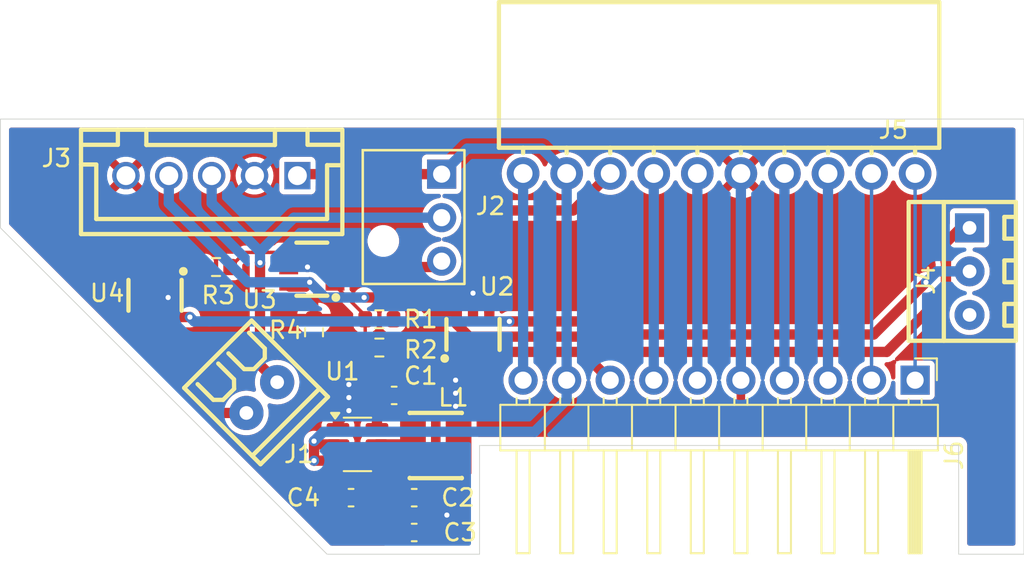
<source format=kicad_pcb>
(kicad_pcb (version 20240108) (generator "pcbnew") (generator_version "8.0")
  (layers (0 "F.Cu" signal) (31 "B.Cu" signal) (34 "B.Paste" user) (35 "F.Paste" user) (36 "B.SilkS" user "B.Silkscreen") (37 "F.SilkS" user "F.Silkscreen") (38 "B.Mask" user) (39 "F.Mask" user) (44 "Edge.Cuts" user))
  (net 0 "")
  (net 1 "Net-(U1-BST)")
  (net 2 "Net-(U1-SW)")
  (net 3 "GND")
  (net 4 "+5V")
  (net 5 "+15V")
  (net 6 "/M-Pin")
  (net 7 "/Pin_678")
  (net 8 "/Ctrl_V_in")
  (net 9 "/Stop_EN")
  (net 11 "/DAC_EN")
  (net 12 "Net-(J5-Pin_1)")
  (net 13 "Net-(J5-Pin_8)")
  (net 14 "Net-(J5-Pin_7)")
  (net 15 "Net-(J5-Pin_10)")
  (net 16 "Net-(J5-Pin_4)")
  (net 17 "Net-(J5-Pin_3)")
  (net 18 "Net-(R1-Pad1)")
  (net 19 "Net-(R3-Pad1)")
  (net 20 "Net-(R3-Pad2)")
  (net 22 "Net-(J5-Pin_6)")
  (net 23 "Net-(J5-Pin_2)")
  (net 24 "Net-(J6-Pin_8)")
  (net 25 "Net-(R1-Pad2)")
  (footprint "easyEDA:SOT-23-6_L2.9-W1.6-P0.95-LS2.8-BR" (layer "F.Cu") (at 186.309 88.773 -90)
    (property "Reference" "U2" (at -2.794 -1.397 180) (layer "F.SilkS"))
    (property "Value" "TS5A3160DBVR-TP")
    (fp_line (start -0.9 1.55) (end 0.9 1.55) (stroke (width 0.25)) (layer "F.SilkS"))
    (fp_line (start -0.9 -1.55) (end 0.9 -1.55) (stroke (width 0.25)) (layer "F.SilkS"))
    (fp_circle (center 1.4 1.65) (end 1.53 1.65) (stroke (width 0.25)) (fill none) (layer "F.SilkS"))
    (pad "1" smd rect (at 1.35 0.95 270) (size 1.1 0.6) (layers "F.Cu" "F.Paste" "F.Mask") (net 3 "GND"))
    (pad "2" smd rect (at 1.35 0 270) (size 1.1 0.6) (layers "F.Cu" "F.Paste" "F.Mask") (net 3 "GND"))
    (pad "3" smd rect (at 1.35 -0.95 270) (size 1.1 0.6) (layers "F.Cu" "F.Paste" "F.Mask") (net 24 "Net-(J6-Pin_8)"))
    (pad "4" smd rect (at -1.35 -0.95 270) (size 1.1 0.6) (layers "F.Cu" "F.Paste" "F.Mask") (net 13 "Net-(J5-Pin_8)"))
    (pad "5" smd rect (at -1.35 0 270) (size 1.1 0.6) (layers "F.Cu" "F.Paste" "F.Mask") (net 4 "+5V"))
    (pad "6" smd rect (at -1.35 0.95 270) (size 1.1 0.6) (layers "F.Cu" "F.Paste" "F.Mask") (net 9 "/Stop_EN"))
  )
  (footprint "easyEDA:IND-SMD_L3.0-W3.0" (layer "F.Cu") (at 184.137 95.25 180)
    (property "Reference" "L1" (at -1.029 2.794 360) (layer "F.SilkS"))
    (property "Value" "4.7uH")
    (fp_line (start 1.52 1.89) (end 1.52 1.9) (stroke (width 0.25)) (layer "F.SilkS"))
    (fp_line (start 1.52 -1.91) (end 1.52 -1.89) (stroke (width 0.25)) (layer "F.SilkS"))
    (fp_line (start -1.52 1.9) (end 1.52 1.9) (stroke (width 0.25)) (layer "F.SilkS"))
    (fp_line (start -1.52 1.9) (end -1.52 1.89) (stroke (width 0.25)) (layer "F.SilkS"))
    (fp_line (start -1.52 -1.89) (end -1.52 -1.91) (stroke (width 0.25)) (layer "F.SilkS"))
    (fp_line (start -1.52 -1.91) (end 1.52 -1.91) (stroke (width 0.25)) (layer "F.SilkS"))
    (pad "1" smd rect (at 1.33 0 180) (size 1.5 3.32) (layers "F.Cu" "F.Paste" "F.Mask") (net 2 "Net-(U1-SW)"))
    (pad "2" smd rect (at -1.33 0 180) (size 1.5 3.32) (layers "F.Cu" "F.Paste" "F.Mask") (net 4 "+5V"))
  )
  (footprint "Capacitor_SMD:C_0603_1608Metric" (layer "F.Cu") (at 182.88 98.298 180)
    (property "Reference" "C2" (at -2.553 0 360) (layer "F.SilkS"))
    (property "Value" "22u")
    (fp_line (start -0.14058 0.51) (end 0.14058 0.51) (stroke (width 0.12)) (layer "F.SilkS"))
    (fp_line (start -0.14058 -0.51) (end 0.14058 -0.51) (stroke (width 0.12)) (layer "F.SilkS"))
    (pad "1" smd roundrect (at -0.775 0 180) (size 0.9 0.95) (layers "F.Cu" "F.Paste" "F.Mask") (net 4 "+5V"))
    (pad "2" smd roundrect (at 0.775 0 180) (size 0.9 0.95) (layers "F.Cu" "F.Paste" "F.Mask") (net 3 "GND"))
  )
  (footprint "Capacitor_SMD:C_0603_1608Metric" (layer "F.Cu") (at 179.197 98.298)
    (property "Reference" "C4" (at -2.781 0 0) (layer "F.SilkS"))
    (property "Value" "10u")
    (fp_line (start -0.14058 -0.51) (end 0.14058 -0.51) (stroke (width 0.12)) (layer "F.SilkS"))
    (fp_line (start -0.14058 0.51) (end 0.14058 0.51) (stroke (width 0.12)) (layer "F.SilkS"))
    (pad "1" smd roundrect (at -0.775 0) (size 0.9 0.95) (layers "F.Cu" "F.Paste" "F.Mask") (net 5 "+15V"))
    (pad "2" smd roundrect (at 0.775 0) (size 0.9 0.95) (layers "F.Cu" "F.Paste" "F.Mask") (net 3 "GND"))
  )
  (footprint "Resistor_SMD:R_0603_1608Metric" (layer "F.Cu") (at 171.323 84.836 180)
    (property "Reference" "R3" (at -0.127 -1.651 360) (layer "F.SilkS"))
    (property "Value" "5k6")
    (fp_line (start -0.237258 0.5225) (end 0.237258 0.5225) (stroke (width 0.12)) (layer "F.SilkS"))
    (fp_line (start -0.237258 -0.5225) (end 0.237258 -0.5225) (stroke (width 0.12)) (layer "F.SilkS"))
    (pad "1" smd roundrect (at -0.825 0 180) (size 0.8 0.95) (layers "F.Cu" "F.Paste" "F.Mask") (net 19 "Net-(R3-Pad1)"))
    (pad "2" smd roundrect (at 0.825 0 180) (size 0.8 0.95) (layers "F.Cu" "F.Paste" "F.Mask") (net 20 "Net-(R3-Pad2)"))
  )
  (footprint "Peacemans Teile:PinHeader_1x03_P2.54mm_Vertical_BAUER" (layer "F.Cu") (at 184.48 79.415)
    (property "Reference" "J2" (at 2.845 1.865 0) (layer "F.SilkS"))
    (property "Value" "to DIN Connector")
    (fp_rect (start -4.6 -1.4) (end 1.33 6.41) (stroke (width 0.15)) (fill none) (layer "F.SilkS"))
    (pad "" np_thru_hole circle (at -3.4 3.9) (size 1 1) (drill 1.35) (layers "F&B.Cu"))
    (pad "1" thru_hole rect (at 0 0) (size 1.7 1.7) (drill 1) (layers "*.Cu" "*.Mask") (net 5 "+15V"))
    (pad "2" thru_hole oval (at 0 2.54) (size 1.7 1.7) (drill 1) (layers "*.Cu" "*.Mask") (net 6 "/M-Pin"))
    (pad "3" thru_hole oval (at 0 5.08) (size 1.7 1.7) (drill 1) (layers "*.Cu" "*.Mask") (net 8 "/Ctrl_V_in"))
  )
  (footprint "Package_TO_SOT_SMD:TSOT-23-6" (layer "F.Cu") (at 179.5705 95.189)
    (property "Reference" "U1" (at -0.8815 -4.257 0) (layer "F.SilkS"))
    (property "Value" "AP63205WU")
    (fp_line (start 0 -1.56) (end -0.8 -1.56) (stroke (width 0.12)) (layer "F.SilkS"))
    (fp_line (start 0 -1.56) (end 0.8 -1.56) (stroke (width 0.12)) (layer "F.SilkS"))
    (fp_line (start 0 1.56) (end -0.8 1.56) (stroke (width 0.12)) (layer "F.SilkS"))
    (fp_line (start 0 1.56) (end 0.8 1.56) (stroke (width 0.12)) (layer "F.SilkS"))
    (fp_poly (pts (xy -1.3 -1.51) (xy -1.54 -1.84) (xy -1.06 -1.84) (xy -1.3 -1.51)) (stroke (width 0.12)) (fill solid) (layer "F.SilkS"))
    (pad "1" smd roundrect (at -1.1375 -0.95) (size 1.325 0.6) (layers "F.Cu" "F.Paste" "F.Mask") (net 4 "+5V"))
    (pad "2" smd roundrect (at -1.1375 0) (size 1.325 0.6) (layers "F.Cu" "F.Paste" "F.Mask") (net 5 "+15V"))
    (pad "3" smd roundrect (at -1.1375 0.95) (size 1.325 0.6) (layers "F.Cu" "F.Paste" "F.Mask") (net 5 "+15V"))
    (pad "4" smd roundrect (at 1.1375 0.95) (size 1.325 0.6) (layers "F.Cu" "F.Paste" "F.Mask") (net 3 "GND"))
    (pad "5" smd roundrect (at 1.1375 0) (size 1.325 0.6) (layers "F.Cu" "F.Paste" "F.Mask") (net 2 "Net-(U1-SW)"))
    (pad "6" smd roundrect (at 1.1375 -0.95) (size 1.325 0.6) (layers "F.Cu" "F.Paste" "F.Mask") (net 1 "Net-(U1-BST)"))
  )
  (footprint "easyEDA:SOT-23-6_L2.9-W1.6-P0.95-LS2.8-BR" (layer "F.Cu") (at 167.767 86.487 90)
    (property "Reference" "U4" (at 0.127 -2.794 180) (layer "F.SilkS"))
    (property "Value" "TS5A3160DBVR-TP")
    (fp_line (start -0.9 -1.55) (end 0.9 -1.55) (stroke (width 0.25)) (layer "F.SilkS"))
    (fp_line (start -0.9 1.55) (end 0.9 1.55) (stroke (width 0.25)) (layer "F.SilkS"))
    (fp_circle (center 1.4 1.65) (end 1.53 1.65) (stroke (width 0.25)) (fill none) (layer "F.SilkS"))
    (pad "1" smd rect (at 1.35 0.95 90) (size 1.1 0.6) (layers "F.Cu" "F.Paste" "F.Mask") (net 20 "Net-(R3-Pad2)"))
    (pad "2" smd rect (at 1.35 0 90) (size 1.1 0.6) (layers "F.Cu" "F.Paste" "F.Mask") (net 3 "GND"))
    (pad "3" smd rect (at 1.35 -0.95 90) (size 1.1 0.6) (layers "F.Cu" "F.Paste" "F.Mask"))
    (pad "4" smd rect (at -1.35 -0.95 90) (size 1.1 0.6) (layers "F.Cu" "F.Paste" "F.Mask") (net 7 "/Pin_678"))
    (pad "5" smd rect (at -1.35 0 90) (size 1.1 0.6) (layers "F.Cu" "F.Paste" "F.Mask") (net 4 "+5V"))
    (pad "6" smd rect (at -1.35 0.95 90) (size 1.1 0.6) (layers "F.Cu" "F.Paste" "F.Mask") (net 11 "/DAC_EN"))
  )
  (footprint "easyEDA:CONN-TH_5P-P2.50_ZX-XH2.54-5PZZ" (layer "F.Cu") (at 171.069 79.502 180)
    (property "Reference" "J3" (at 9.057 1.016 360) (layer "F.SilkS"))
    (property "Value" "to Lamp Relay Board")
    (fp_line (start 7.62 2.68) (end -7.62 2.68) (stroke (width 0.25)) (layer "F.SilkS"))
    (fp_line (start 7.62 -3.41) (end 7.62 2.68) (stroke (width 0.25)) (layer "F.SilkS"))
    (fp_line (start 7.5 1.8) (end 5.47 1.8) (stroke (width 0.25)) (layer "F.SilkS"))
    (fp_line (start 6.73 0.65) (end 7.62 0.65) (stroke (width 0.25)) (layer "F.SilkS"))
    (fp_line (start 6.73 -2.53) (end 6.73 0.65) (stroke (width 0.25)) (layer "F.SilkS"))
    (fp_line (start 5.47 1.8) (end 5.47 2.68) (stroke (width 0.25)) (layer "F.SilkS"))
    (fp_line (start 3.81 1.79) (end 3.81 2.68) (stroke (width 0.25)) (layer "F.SilkS"))
    (fp_line (start -3.69 2.68) (end -3.69 1.79) (stroke (width 0.25)) (layer "F.SilkS"))
    (fp_line (start -3.69 1.79) (end 3.81 1.79) (stroke (width 0.25)) (layer "F.SilkS"))
    (fp_line (start -5.59 1.8) (end -5.59 2.68) (stroke (width 0.25)) (layer "F.SilkS"))
    (fp_line (start -6.73 0.61) (end -6.73 -2.53) (stroke (width 0.25)) (layer "F.SilkS"))
    (fp_line (start -6.73 -2.53) (end 6.73 -2.53) (stroke (width 0.25)) (layer "F.SilkS"))
    (fp_line (start -7.62 2.68) (end -7.62 -3.41) (stroke (width 0.25)) (layer "F.SilkS"))
    (fp_line (start -7.62 1.8) (end -5.59 1.8) (stroke (width 0.25)) (layer "F.SilkS"))
    (fp_line (start -7.62 0.61) (end -6.73 0.61) (stroke (width 0.25)) (layer "F.SilkS"))
    (fp_line (start -7.62 -3.41) (end 7.62 -3.41) (stroke (width 0.25)) (layer "F.SilkS"))
    (pad "1" thru_hole rect (at -5 0 180) (size 1.52 1.6) (drill 1.100023) (layers "*.Cu" "*.Mask") (net 5 "+15V"))
    (pad "2" thru_hole circle (at -2.5 0 180) (size 1.6 1.6) (drill 1.100023) (layers "*.Cu" "*.Mask") (net 4 "+5V"))
    (pad "3" thru_hole circle (at 0 0 180) (size 1.6 1.6) (drill 1.100023) (layers "*.Cu" "*.Mask") (net 6 "/M-Pin"))
    (pad "4" thru_hole circle (at 2.5 0 180) (size 1.6 1.6) (drill 1.100023) (layers "*.Cu" "*.Mask") (net 9 "/Stop_EN"))
    (pad "5" thru_hole circle (at 5 0 180) (size 1.6 1.6) (drill 1.100023) (layers "*.Cu" "*.Mask") (net 3 "GND"))
  )
  (footprint "easyEDA:CONN-TH_2P-P2.54_MX128-2.54-GN01-02P-CU-Y-A" (layer "F.Cu") (at 173.99 92.456 -135)
    (property "Reference" "J1" (at 0.808223 -3.86151 0) (layer "F.SilkS"))
    (property "Value" "to Motor Ctrl PCB")
    (fp_line (start 2.8 3.599999) (end -2.76 3.6) (stroke (width 0.25)) (layer "F.SilkS"))
    (fp_line (start 2.09 1.9) (end 2.09 3.2) (stroke (width 0.25)) (layer "F.SilkS"))
    (fp_line (start 2.09 1.9) (end 1.69 1.5) (stroke (width 0.25)) (layer "F.SilkS"))
    (fp_line (start 0.39 3.2) (end 0.390001 1.9) (stroke (width 0.25)) (layer "F.SilkS"))
    (fp_line (start 1.69 1.5) (end 0.78 1.5) (stroke (width 0.25)) (layer "F.SilkS"))
    (fp_line (start 0.390001 1.9) (end 0.78 1.5) (stroke (width 0.25)) (layer "F.SilkS"))
    (fp_line (start -0.45 1.9) (end -0.45 3.2) (stroke (width 0.25)) (layer "F.SilkS"))
    (fp_line (start -0.45 1.9) (end -0.85 1.5) (stroke (width 0.25)) (layer "F.SilkS"))
    (fp_line (start -2.15 3.2) (end -2.15 1.899999) (stroke (width 0.25)) (layer "F.SilkS"))
    (fp_line (start -2.76 3.6) (end -2.76 -2.7) (stroke (width 0.25)) (layer "F.SilkS"))
    (fp_line (start -0.85 1.5) (end -1.75 1.5) (stroke (width 0.25)) (layer "F.SilkS"))
    (fp_line (start 2.8 -2.7) (end 2.8 3.599999) (stroke (width 0.25)) (layer "F.SilkS"))
    (fp_line (start -2.15 1.899999) (end -2.15 1.899999) (stroke (width 0.25)) (layer "F.SilkS"))
    (fp_line (start -2.15 1.899999) (end -1.75 1.5) (stroke (width 0.25)) (layer "F.SilkS"))
    (fp_line (start -2.76 -2.01) (end 2.8 -2.010001) (stroke (width 0.25)) (layer "F.SilkS"))
    (fp_line (start -2.76 -2.7) (end 2.8 -2.7) (stroke (width 0.25)) (layer "F.SilkS"))
    (pad "1" thru_hole circle (at -1.270001 0 225) (size 2 2) (drill 0.8) (layers "*.Cu" "*.Mask") (net 6 "/M-Pin"))
    (pad "2" thru_hole circle (at 1.270001 0 225) (size 2 2) (drill 0.8) (layers "*.Cu" "*.Mask") (net 7 "/Pin_678"))
  )
  (footprint "Resistor_SMD:R_0603_1608Metric" (layer "F.Cu") (at 180.848 87.884)
    (property "Reference" "R1" (at 2.413 0 0) (layer "F.SilkS"))
    (property "Value" "16k5")
    (fp_line (start -0.237258 -0.5225) (end 0.237258 -0.5225) (stroke (width 0.12)) (layer "F.SilkS"))
    (fp_line (start -0.237258 0.5225) (end 0.237258 0.5225) (stroke (width 0.12)) (layer "F.SilkS"))
    (pad "1" smd roundrect (at -0.825 0) (size 0.8 0.95) (layers "F.Cu" "F.Paste" "F.Mask") (net 18 "Net-(R1-Pad1)"))
    (pad "2" smd roundrect (at 0.825 0) (size 0.8 0.95) (layers "F.Cu" "F.Paste" "F.Mask") (net 25 "Net-(R1-Pad2)"))
  )
  (footprint "Capacitor_SMD:C_0603_1608Metric" (layer "F.Cu") (at 182.88 100.33 180)
    (property "Reference" "C3" (at -2.68 0 360) (layer "F.SilkS"))
    (property "Value" "22u")
    (fp_line (start -0.14058 0.51) (end 0.14058 0.51) (stroke (width 0.12)) (layer "F.SilkS"))
    (fp_line (start -0.14058 -0.51) (end 0.14058 -0.51) (stroke (width 0.12)) (layer "F.SilkS"))
    (pad "1" smd roundrect (at -0.775 0 180) (size 0.9 0.95) (layers "F.Cu" "F.Paste" "F.Mask") (net 4 "+5V"))
    (pad "2" smd roundrect (at 0.775 0 180) (size 0.9 0.95) (layers "F.Cu" "F.Paste" "F.Mask") (net 3 "GND"))
  )
  (footprint "easyEDA:HDR-TH_10P-P2.54-H-F-W10.0-N" (layer "F.Cu") (at 200.66 79.375 180)
    (property "Reference" "J5" (at -10.16 2.54 360) (layer "F.SilkS"))
    (property "Value" "Relais Board")
    (fp_line (start 12.84 1.5) (end 12.84 10) (stroke (width 0.25)) (layer "F.SilkS"))
    (fp_line (start 11.43 1.18) (end 11.43 1.5) (stroke (width 0.25)) (layer "F.SilkS"))
    (fp_line (start 8.89 1.18) (end 8.89 1.5) (stroke (width 0.25)) (layer "F.SilkS"))
    (fp_line (start 6.35 1.18) (end 6.35 1.5) (stroke (width 0.25)) (layer "F.SilkS"))
    (fp_line (start 3.81 1.18) (end 3.81 1.5) (stroke (width 0.25)) (layer "F.SilkS"))
    (fp_line (start 1.27 1.18) (end 1.27 1.5) (stroke (width 0.25)) (layer "F.SilkS"))
    (fp_line (start -1.27 1.18) (end -1.27 1.5) (stroke (width 0.25)) (layer "F.SilkS"))
    (fp_line (start -3.81 1.18) (end -3.81 1.5) (stroke (width 0.25)) (layer "F.SilkS"))
    (fp_line (start -6.35 1.18) (end -6.35 1.5) (stroke (width 0.25)) (layer "F.SilkS"))
    (fp_line (start -8.89 1.18) (end -8.89 1.5) (stroke (width 0.25)) (layer "F.SilkS"))
    (fp_line (start -11.43 1.5) (end -11.43 1.18) (stroke (width 0.25)) (layer "F.SilkS"))
    (fp_line (start -12.84 10) (end 12.84 10) (stroke (width 0.25)) (layer "F.SilkS"))
    (fp_line (start -12.84 1.5) (end 12.84 1.5) (stroke (width 0.25)) (layer "F.SilkS"))
    (fp_line (start -12.84 1.5) (end -12.84 10) (stroke (width 0.25)) (layer "F.SilkS"))
    (pad "1" thru_hole circle (at -11.43 0 180) (size 1.9 1.9) (drill 1.100023) (layers "*.Cu" "*.Mask") (net 12 "Net-(J5-Pin_1)"))
    (pad "2" thru_hole circle (at -8.89 0 180) (size 1.9 1.9) (drill 1.100023) (layers "*.Cu" "*.Mask") (net 23 "Net-(J5-Pin_2)"))
    (pad "3" thru_hole circle (at -6.35 0 180) (size 1.9 1.9) (drill 1.100023) (layers "*.Cu" "*.Mask") (net 17 "Net-(J5-Pin_3)"))
    (pad "4" thru_hole circle (at -3.81 0 180) (size 1.9 1.9) (drill 1.100023) (layers "*.Cu" "*.Mask") (net 16 "Net-(J5-Pin_4)"))
    (pad "5" thru_hole circle (at -1.27 0 180) (size 1.9 1.9) (drill 1.100023) (layers "*.Cu" "*.Mask") (net 3 "GND"))
    (pad "6" thru_hole circle (at 1.27 0 180) (size 1.9 1.9) (drill 1.100023) (layers "*.Cu" "*.Mask") (net 22 "Net-(J5-Pin_6)"))
    (pad "7" thru_hole circle (at 3.81 0 180) (size 1.9 1.9) (drill 1.100023) (layers "*.Cu" "*.Mask") (net 14 "Net-(J5-Pin_7)"))
    (pad "8" thru_hole circle (at 6.35 0 180) (size 1.9 1.9) (drill 1.100023) (layers "*.Cu" "*.Mask") (net 13 "Net-(J5-Pin_8)"))
    (pad "9" thru_hole circle (at 8.89 0 180) (size 1.9 1.9) (drill 1.100023) (layers "*.Cu" "*.Mask") (net 5 "+15V"))
    (pad "10" thru_hole circle (at 11.43 0 180) (size 1.9 1.9) (drill 1.100023) (layers "*.Cu" "*.Mask") (net 15 "Net-(J5-Pin_10)"))
  )
  (footprint "Resistor_SMD:R_0603_1608Metric" (layer "F.Cu") (at 177.038 88.646 -90)
    (property "Reference" "R4" (at -0.127 1.651 180) (layer "F.SilkS"))
    (property "Value" "1k6")
    (fp_line (start -0.237258 0.5225) (end 0.237258 0.5225) (stroke (width 0.12)) (layer "F.SilkS"))
    (fp_line (start -0.237258 -0.5225) (end 0.237258 -0.5225) (stroke (width 0.12)) (layer "F.SilkS"))
    (pad "1" smd roundrect (at -0.825 0 270) (size 0.8 0.95) (layers "F.Cu" "F.Paste" "F.Mask") (net 3 "GND"))
    (pad "2" smd roundrect (at 0.825 0 270) (size 0.8 0.95) (layers "F.Cu" "F.Paste" "F.Mask") (net 18 "Net-(R1-Pad1)"))
  )
  (footprint "easyEDA:CONN-TH_3P-P2.54_MX128-2.54-03P-GN01-CU-Y-A" (layer "F.Cu") (at 215.265 85.09 -90)
    (property "Reference" "J4" (at 0.508 2.54 90) (layer "F.SilkS"))
    (property "Value" "to DIN Socket")
    (fp_line (start 4.05 3.55) (end -4.05 3.55) (stroke (width 0.25)) (layer "F.SilkS"))
    (fp_line (start -4.05 1.5) (end 4.05 1.5) (stroke (width 0.25)) (layer "F.SilkS"))
    (fp_line (start -3.18 -2.03) (end -1.91 -2.03) (stroke (width 0.25)) (layer "F.SilkS"))
    (fp_line (start -1.91 -2.03) (end -1.91 -2.7) (stroke (width 0.25)) (layer "F.SilkS"))
    (fp_line (start -0.64 -2.03) (end 0.63 -2.03) (stroke (width 0.25)) (layer "F.SilkS"))
    (fp_line (start 0.63 -2.03) (end 0.63 -2.7) (stroke (width 0.25)) (layer "F.SilkS"))
    (fp_line (start 1.9 -2.03) (end 3.17 -2.03) (stroke (width 0.25)) (layer "F.SilkS"))
    (fp_line (start 3.17 -2.03) (end 3.17 -2.7) (stroke (width 0.25)) (layer "F.SilkS"))
    (fp_line (start -4.05 -2.7) (end -4.05 3.55) (stroke (width 0.25)) (layer "F.SilkS"))
    (fp_line (start -3.18 -2.7) (end -3.18 -2.03) (stroke (width 0.25)) (layer "F.SilkS"))
    (fp_line (start -0.64 -2.7) (end -0.64 -2.03) (stroke (width 0.25)) (layer "F.SilkS"))
    (fp_line (start 1.9 -2.7) (end 1.9 -2.03) (stroke (width 0.25)) (layer "F.SilkS"))
    (fp_line (start 4.05 -2.7) (end 4.05 3.55) (stroke (width 0.25)) (layer "F.SilkS"))
    (fp_line (start 4.05 -2.7) (end -4.05 -2.7) (stroke (width 0.25)) (layer "F.SilkS"))
    (pad "1" thru_hole rect (at -2.54 0 270) (size 1.7 1.7) (drill 0.8) (layers "*.Cu" "*.Mask") (net 9 "/Stop_EN"))
    (pad "2" thru_hole circle (at 0 0 270) (size 1.75 1.75) (drill 0.8) (layers "*.Cu" "*.Mask") (net 11 "/DAC_EN"))
    (pad "3" thru_hole circle (at 2.54 0 270) (size 1.75 1.75) (drill 0.8) (layers "*.Cu" "*.Mask"))
  )
  (footprint "easyEDA:SOT-23-6_L2.9-W1.6-P0.95-LS2.8-BR" (layer "F.Cu") (at 176.911 84.963)
    (property "Reference" "U3" (at -3.048 1.778 360) (layer "F.SilkS"))
    (property "Value" "TS5A3160DBVR-TP")
    (fp_line (start -0.9 -1.55) (end 0.9 -1.55) (stroke (width 0.25)) (layer "F.SilkS"))
    (fp_line (start -0.9 1.55) (end 0.9 1.55) (stroke (width 0.25)) (layer "F.SilkS"))
    (fp_circle (center 1.4 1.65) (end 1.53 1.65) (stroke (width 0.25)) (fill none) (layer "F.SilkS"))
    (pad "1" smd rect (at 1.35 0.95) (size 1.1 0.6) (layers "F.Cu" "F.Paste" "F.Mask") (net 18 "Net-(R1-Pad1)"))
    (pad "2" smd rect (at 1.35 0) (size 1.1 0.6) (layers "F.Cu" "F.Paste" "F.Mask") (net 3 "GND"))
    (pad "3" smd rect (at 1.35 -0.95) (size 1.1 0.6) (layers "F.Cu" "F.Paste" "F.Mask") (net 8 "/Ctrl_V_in"))
    (pad "4" smd rect (at -1.35 -0.95) (size 1.1 0.6) (layers "F.Cu" "F.Paste" "F.Mask") (net 19 "Net-(R3-Pad1)"))
    (pad "5" smd rect (at -1.35 0) (size 1.1 0.6) (layers "F.Cu" "F.Paste" "F.Mask") (net 4 "+5V"))
    (pad "6" smd rect (at -1.35 0.95) (size 1.1 0.6) (layers "F.Cu" "F.Paste" "F.Mask") (net 9 "/Stop_EN"))
  )
  (footprint "Resistor_SMD:R_0603_1608Metric" (layer "F.Cu") (at 180.848 89.535)
    (property "Reference" "R2" (at 2.413 0.127 0) (layer "F.SilkS"))
    (property "Value" "5k1")
    (fp_line (start -0.237258 -0.5225) (end 0.237258 -0.5225) (stroke (width 0.12)) (layer "F.SilkS"))
    (fp_line (start -0.237258 0.5225) (end 0.237258 0.5225) (stroke (width 0.12)) (layer "F.SilkS"))
    (pad "1" smd roundrect (at -0.825 0) (size 0.8 0.95) (layers "F.Cu" "F.Paste" "F.Mask") (net 18 "Net-(R1-Pad1)"))
    (pad "2" smd roundrect (at 0.825 0) (size 0.8 0.95) (layers "F.Cu" "F.Paste" "F.Mask") (net 5 "+15V"))
  )
  (footprint "Connector_PinHeader_2.54mm:PinHeader_1x10_P2.54mm_Horizontal" (layer "F.Cu") (at 212.09 91.44 -90)
    (property "Reference" "J6" (at 4.385 -2.27 90) (layer "F.SilkS"))
    (property "Value" "uC Cable")
    (fp_line (start 1.44 24.19) (end 4.1 24.19) (stroke (width 0.12)) (layer "F.SilkS"))
    (fp_line (start 4.1 24.19) (end 4.1 -1.33) (stroke (width 0.12)) (layer "F.SilkS"))
    (fp_line (start 1.042929 23.24) (end 1.44 23.24) (stroke (width 0.12)) (layer "F.SilkS"))
    (fp_line (start 10.1 23.24) (end 4.1 23.24) (stroke (width 0.12)) (layer "F.SilkS"))
    (fp_line (start 1.042929 22.48) (end 1.44 22.48) (stroke (width 0.12)) (layer "F.SilkS"))
    (fp_line (start 4.1 22.48) (end 10.1 22.48) (stroke (width 0.12)) (layer "F.SilkS"))
    (fp_line (start 10.1 22.48) (end 10.1 23.24) (stroke (width 0.12)) (layer "F.SilkS"))
    (fp_line (start 1.44 21.59) (end 4.1 21.59) (stroke (width 0.12)) (layer "F.SilkS"))
    (fp_line (start 1.042929 20.7) (end 1.44 20.7) (stroke (width 0.12)) (layer "F.SilkS"))
    (fp_line (start 10.1 20.7) (end 4.1 20.7) (stroke (width 0.12)) (layer "F.SilkS"))
    (fp_line (start 1.042929 19.94) (end 1.44 19.94) (stroke (width 0.12)) (layer "F.SilkS"))
    (fp_line (start 4.1 19.94) (end 10.1 19.94) (stroke (width 0.12)) (layer "F.SilkS"))
    (fp_line (start 10.1 19.94) (end 10.1 20.7) (stroke (width 0.12)) (layer "F.SilkS"))
    (fp_line (start 1.44 19.05) (end 4.1 19.05) (stroke (width 0.12)) (layer "F.SilkS"))
    (fp_line (start 1.042929 18.16) (end 1.44 18.16) (stroke (width 0.12)) (layer "F.SilkS"))
    (fp_line (start 10.1 18.16) (end 4.1 18.16) (stroke (width 0.12)) (layer "F.SilkS"))
    (fp_line (start 1.042929 17.4) (end 1.44 17.4) (stroke (width 0.12)) (layer "F.SilkS"))
    (fp_line (start 4.1 17.4) (end 10.1 17.4) (stroke (width 0.12)) (layer "F.SilkS"))
    (fp_line (start 10.1 17.4) (end 10.1 18.16) (stroke (width 0.12)) (layer "F.SilkS"))
    (fp_line (start 1.44 16.51) (end 4.1 16.51) (stroke (width 0.12)) (layer "F.SilkS"))
    (fp_line (start 1.042929 15.62) (end 1.44 15.62) (stroke (width 0.12)) (layer "F.SilkS"))
    (fp_line (start 10.1 15.62) (end 4.1 15.62) (stroke (width 0.12)) (layer "F.SilkS"))
    (fp_line (start 1.042929 14.86) (end 1.44 14.86) (stroke (width 0.12)) (layer "F.SilkS"))
    (fp_line (start 4.1 14.86) (end 10.1 14.86) (stroke (width 0.12)) (layer "F.SilkS"))
    (fp_line (start 10.1 14.86) (end 10.1 15.62) (stroke (width 0.12)) (layer "F.SilkS"))
    (fp_line (start 1.44 13.97) (end 4.1 13.97) (stroke (width 0.12)) (layer "F.SilkS"))
    (fp_line (start 1.042929 13.08) (end 1.44 13.08) (stroke (width 0.12)) (layer "F.SilkS"))
    (fp_line (start 10.1 13.08) (end 4.1 13.08) (stroke (width 0.12)) (layer "F.SilkS"))
    (fp_line (start 1.042929 12.32) (end 1.44 12.32) (stroke (width 0.12)) (layer "F.SilkS"))
    (fp_line (start 4.1 12.32) (end 10.1 12.32) (stroke (width 0.12)) (layer "F.SilkS"))
    (fp_line (start 10.1 12.32) (end 10.1 13.08) (stroke (width 0.12)) (layer "F.SilkS"))
    (fp_line (start 1.44 11.43) (end 4.1 11.43) (stroke (width 0.12)) (layer "F.SilkS"))
    (fp_line (start 1.042929 10.54) (end 1.44 10.54) (stroke (width 0.12)) (layer "F.SilkS"))
    (fp_line (start 10.1 10.54) (end 4.1 10.54) (stroke (width 0.12)) (layer "F.SilkS"))
    (fp_line (start 1.042929 9.78) (end 1.44 9.78) (stroke (width 0.12)) (layer "F.SilkS"))
    (fp_line (start 4.1 9.78) (end 10.1 9.78) (stroke (width 0.12)) (layer "F.SilkS"))
    (fp_line (start 10.1 9.78) (end 10.1 10.54) (stroke (width 0.12)) (layer "F.SilkS"))
    (fp_line (start 1.44 8.89) (end 4.1 8.89) (stroke (width 0.12)) (layer "F.SilkS"))
    (fp_line (start 1.042929 8) (end 1.44 8) (stroke (width 0.12)) (layer "F.SilkS"))
    (fp_line (start 10.1 8) (end 4.1 8) (stroke (width 0.12)) (layer "F.SilkS"))
    (fp_line (start 1.042929 7.24) (end 1.44 7.24) (stroke (width 0.12)) (layer "F.SilkS"))
    (fp_line (start 4.1 7.24) (end 10.1 7.24) (stroke (width 0.12)) (layer "F.SilkS"))
    (fp_line (start 10.1 7.24) (end 10.1 8) (stroke (width 0.12)) (layer "F.SilkS"))
    (fp_line (start 1.44 6.35) (end 4.1 6.35) (stroke (width 0.12)) (layer "F.SilkS"))
    (fp_line (start 1.042929 5.46) (end 1.44 5.46) (stroke (width 0.12)) (layer "F.SilkS"))
    (fp_line (start 10.1 5.46) (end 4.1 5.46) (stroke (width 0.12)) (layer "F.SilkS"))
    (fp_line (start 1.042929 4.7) (end 1.44 4.7) (stroke (width 0.12)) (layer "F.SilkS"))
    (fp_line (start 4.1 4.7) (end 10.1 4.7) (stroke (width 0.12)) (layer "F.SilkS"))
    (fp_line (start 10.1 4.7) (end 10.1 5.46) (stroke (width 0.12)) (layer "F.SilkS"))
    (fp_line (start 1.44 3.81) (end 4.1 3.81) (stroke (width 0.12)) (layer "F.SilkS"))
    (fp_line (start 1.042929 2.92) (end 1.44 2.92) (stroke (width 0.12)) (layer "F.SilkS"))
    (fp_line (start 10.1 2.92) (end 4.1 2.92) (stroke (width 0.12)) (layer "F.SilkS"))
    (fp_line (start 1.042929 2.16) (end 1.44 2.16) (stroke (width 0.12)) (layer "F.SilkS"))
    (fp_line (start 4.1 2.16) (end 10.1 2.16) (stroke (width 0.12)) (layer "F.SilkS"))
    (fp_line (start 10.1 2.16) (end 10.1 2.92) (stroke (width 0.12)) (layer "F.SilkS"))
    (fp_line (start 1.44 1.27) (end 4.1 1.27) (stroke (width 0.12)) (layer "F.SilkS"))
    (fp_line (start 1.11 0.38) (end 1.44 0.38) (stroke (width 0.12)) (layer "F.SilkS"))
    (fp_line (start 10.1 0.38) (end 4.1 0.38) (stroke (width 0.12)) (layer "F.SilkS"))
    (fp_line (start 4.1 0.28) (end 10.1 0.28) (stroke (width 0.12)) (layer "F.SilkS"))
    (fp_line (start 4.1 0.16) (end 10.1 0.16) (stroke (width 0.12)) (layer "F.SilkS"))
    (fp_line (start 4.1 0.04) (end 10.1 0.04) (stroke (width 0.12)) (layer "F.SilkS"))
    (fp_line (start -1.27 0) (end -1.27 -1.27) (stroke (width 0.12)) (layer "F.SilkS"))
    (fp_line (start 4.1 -0.08) (end 10.1 -0.08) (stroke (width 0.12)) (layer "F.SilkS"))
    (fp_line (start 4.1 -0.2) (end 10.1 -0.2) (stroke (width 0.12)) (layer "F.SilkS"))
    (fp_line (start 4.1 -0.32) (end 10.1 -0.32) (stroke (width 0.12)) (layer "F.SilkS"))
    (fp_line (start 1.11 -0.38) (end 1.44 -0.38) (stroke (width 0.12)) (layer "F.SilkS"))
    (fp_line (start 4.1 -0.38) (end 10.1 -0.38) (stroke (width 0.12)) (layer "F.SilkS"))
    (fp_line (start 10.1 -0.38) (end 10.1 0.38) (stroke (width 0.12)) (layer "F.SilkS"))
    (fp_line (start -1.27 -1.27) (end 0 -1.27) (stroke (width 0.12)) (layer "F.SilkS"))
    (fp_line (start 1.44 -1.33) (end 1.44 24.19) (stroke (width 0.12)) (layer "F.SilkS"))
    (fp_line (start 4.1 -1.33) (end 1.44 -1.33) (stroke (width 0.12)) (layer "F.SilkS"))
    (pad "1" thru_hole rect (at 0 0 270) (size 1.7 1.7) (drill 1) (layers "*.Cu" "*.Mask") (net 12 "Net-(J5-Pin_1)"))
    (pad "2" thru_hole oval (at 0 2.54 270) (size 1.7 1.7) (drill 1) (layers "*.Cu" "*.Mask") (net 23 "Net-(J5-Pin_2)"))
    (pad "3" thru_hole oval (at 0 5.08 270) (size 1.7 1.7) (drill 1) (layers "*.Cu" "*.Mask") (net 17 "Net-(J5-Pin_3)"))
    (pad "4" thru_hole oval (at 0 7.62 270) (size 1.7 1.7) (drill 1) (layers "*.Cu" "*.Mask") (net 16 "Net-(J5-Pin_4)"))
    (pad "5" thru_hole oval (at 0 10.16 270) (size 1.7 1.7) (drill 1) (layers "*.Cu" "*.Mask") (net 3 "GND"))
    (pad "6" thru_hole oval (at 0 12.7 270) (size 1.7 1.7) (drill 1) (layers "*.Cu" "*.Mask") (net 22 "Net-(J5-Pin_6)"))
    (pad "7" thru_hole oval (at 0 15.24 270) (size 1.7 1.7) (drill 1) (layers "*.Cu" "*.Mask") (net 14 "Net-(J5-Pin_7)"))
    (pad "8" thru_hole oval (at 0 17.78 270) (size 1.7 1.7) (drill 1) (layers "*.Cu" "*.Mask") (net 24 "Net-(J6-Pin_8)"))
    (pad "9" thru_hole oval (at 0 20.32 270) (size 1.7 1.7) (drill 1) (layers "*.Cu" "*.Mask") (net 5 "+15V"))
    (pad "10" thru_hole oval (at 0 22.86 270) (size 1.7 1.7) (drill 1) (layers "*.Cu" "*.Mask") (net 15 "Net-(J5-Pin_10)"))
  )
  (footprint "Capacitor_SMD:C_0603_1608Metric" (layer "F.Cu") (at 181.711 92.329 180)
    (property "Reference" "C1" (at -1.55 1.143 360) (layer "F.SilkS"))
    (property "Value" "100n")
    (fp_line (start -0.14058 0.51) (end 0.14058 0.51) (stroke (width 0.12)) (layer "F.SilkS"))
    (fp_line (start -0.14058 -0.51) (end 0.14058 -0.51) (stroke (width 0.12)) (layer "F.SilkS"))
    (pad "1" smd roundrect (at -0.775 0 180) (size 0.9 0.95) (layers "F.Cu" "F.Paste" "F.Mask") (net 2 "Net-(U1-SW)"))
    (pad "2" smd roundrect (at 0.775 0 180) (size 0.9 0.95) (layers "F.Cu" "F.Paste" "F.Mask") (net 1 "Net-(U1-BST)"))
  )
  (gr_poly (pts (xy 158.75 76.2) (xy 218.44 76.2) (xy 218.44 101.6) (xy 214.63 101.6) (xy 214.63 95.25) (xy 186.69 95.25) (xy 186.69 101.6) (xy 177.8 101.6) (xy 158.75 82.55)) (stroke (width 0.05)) (fill none) (layer "Edge.Cuts"))
  (segment (start 180.708 94.239) (end 180.708 93.231) (width 0.6) (layer "F.Cu") (net 1))
  (segment (start 180.975 92.964) (end 180.936 92.925) (width 0.6) (layer "F.Cu") (net 1))
  (segment (start 180.936 92.925) (end 180.936 92.329) (width 0.6) (layer "F.Cu") (net 1))
  (segment (start 180.708 93.231) (end 180.975 92.964) (width 0.6) (layer "F.Cu") (net 1))
  (segment (start 182.746 95.189) (end 182.807 95.25) (width 0.2) (layer "F.Cu") (net 2))
  (segment (start 182.486 94.929) (end 182.807 95.25) (width 0.2) (layer "F.Cu") (net 2))
  (segment (start 182.486 92.329) (end 182.486 94.929) (width 0.6) (layer "F.Cu") (net 2))
  (segment (start 180.708 95.189) (end 182.746 95.189) (width 0.6) (layer "F.Cu") (net 2))
  (segment (start 201.93 79.375) (end 201.93 91.44) (width 0.6) (layer "B.Cu") (net 3))
  (segment (start 185.467 96.346) (end 185.467 95.25) (width 0.6) (layer "F.Cu") (net 4))
  (segment (start 183.655 99.187) (end 184.658 99.187) (width 0.6) (layer "F.Cu") (net 4))
  (segment (start 183.655 98.158) (end 185.467 96.346) (width 0.6) (layer "F.Cu") (net 4))
  (segment (start 175.561 84.963) (end 176.53 84.963) (width 0.2) (layer "F.Cu") (net 4))
  (segment (start 186.309 86.36) (end 186.309 87.423) (width 0.2) (layer "F.Cu") (net 4))
  (segment (start 179.07 93.218) (end 179.07 92.456) (width 0.6) (layer "F.Cu") (net 4))
  (segment (start 179.07 92.456) (end 179.07 91.694) (width 0.6) (layer "F.Cu") (net 4))
  (segment (start 178.433 93.855) (end 179.07 93.218) (width 0.6) (layer "F.Cu") (net 4))
  (segment (start 183.655 99.187) (end 183.655 98.298) (width 0.6) (layer "F.Cu") (net 4))
  (segment (start 183.655 100.33) (end 183.655 99.187) (width 0.6) (layer "F.Cu") (net 4))
  (segment (start 185.467 93.138) (end 185.293 92.964) (width 0.6) (layer "F.Cu") (net 4))
  (segment (start 178.433 94.239) (end 178.433 93.855) (width 0.6) (layer "F.Cu") (net 4))
  (segment (start 185.293 92.202) (end 185.293 91.44) (width 0.6) (layer "F.Cu") (net 4))
  (segment (start 184.658 99.187) (end 184.785 99.314) (width 0.6) (layer "F.Cu") (net 4))
  (segment (start 183.655 98.298) (end 183.655 98.158) (width 0.6) (layer "F.Cu") (net 4))
  (segment (start 167.767 87.837) (end 167.767 87.376) (width 0.2) (layer "F.Cu") (net 4))
  (segment (start 185.467 95.25) (end 185.467 93.138) (width 0.6) (layer "F.Cu") (net 4))
  (segment (start 167.767 87.376) (end 168.529 86.614) (width 0.2) (layer "F.Cu") (net 4))
  (segment (start 185.293 92.964) (end 185.293 92.202) (width 0.6) (layer "F.Cu") (net 4))
  (segment (start 176.53 84.963) (end 176.657 84.836) (width 0.2) (layer "F.Cu") (net 4))
  (via (at 179.07 93.218) (size 0.6) (drill 0.3) (layers "F.Cu" "B.Cu") (net 4))
  (via (at 185.293 92.202) (size 0.6) (drill 0.3) (layers "F.Cu" "B.Cu") (net 4))
  (via (at 179.07 91.694) (size 0.6) (drill 0.3) (layers "F.Cu" "B.Cu") (net 4))
  (via (at 185.293 92.964) (size 0.6) (drill 0.3) (layers "F.Cu" "B.Cu") (net 4))
  (via (at 176.657 84.836) (size 0.6) (drill 0.3) (layers "F.Cu" "B.Cu") (net 4))
  (via (at 185.293 91.44) (size 0.6) (drill 0.3) (layers "F.Cu" "B.Cu") (net 4))
  (via (at 168.529 86.614) (size 0.6) (drill 0.3) (layers "F.Cu" "B.Cu") (net 4))
  (via (at 179.07 92.456) (size 0.6) (drill 0.3) (layers "F.Cu" "B.Cu") (net 4))
  (via (at 186.309 86.36) (size 0.6) (drill 0.3) (layers "F.Cu" "B.Cu") (net 4))
  (via (at 184.785 99.314) (size 0.6) (drill 0.3) (layers "F.Cu" "B.Cu") (net 4))
  (segment (start 176.156 79.415) (end 176.069 79.502) (width 0.6) (layer "F.Cu") (net 5))
  (segment (start 177.038 94.996) (end 177.231 95.189) (width 0.6) (layer "F.Cu") (net 5))
  (segment (start 178.433 98.287) (end 178.422 98.298) (width 0.6) (layer "F.Cu") (net 5))
  (segment (start 177.231 95.189) (end 178.433 95.189) (width 0.6) (layer "F.Cu") (net 5))
  (segment (start 177.038 94.996) (end 177.038 96.139) (width 0.6) (layer "F.Cu") (net 5))
  (segment (start 184.48 79.415) (end 176.156 79.415) (width 0.6) (layer "F.Cu") (net 5))
  (segment (start 177.038 96.139) (end 178.433 96.139) (width 0.6) (layer "F.Cu") (net 5))
  (segment (start 178.433 96.139) (end 178.433 98.287) (width 0.6) (layer "F.Cu") (net 5))
  (via (at 177.038 96.139) (size 0.6) (drill 0.3) (layers "F.Cu" "B.Cu") (net 5))
  (via (at 177.038 94.996) (size 0.6) (drill 0.3) (layers "F.Cu" "B.Cu") (net 5))
  (segment (start 191.77 79.375) (end 190.32 77.925) (width 0.6) (layer "B.Cu") (net 5))
  (segment (start 189.903 94.45) (end 177.584 94.45) (width 0.6) (layer "B.Cu") (net 5))
  (segment (start 191.77 92.583) (end 189.903 94.45) (width 0.6) (layer "B.Cu") (net 5))
  (segment (start 190.32 77.925) (end 185.97 77.925) (width 0.6) (layer "B.Cu") (net 5))
  (segment (start 191.77 79.375) (end 191.77 91.44) (width 0.6) (layer "B.Cu") (net 5))
  (segment (start 185.97 77.925) (end 184.48 79.415) (width 0.6) (layer "B.Cu") (net 5))
  (segment (start 191.77 91.44) (end 191.77 92.583) (width 0.6) (layer "B.Cu") (net 5))
  (segment (start 177.584 94.45) (end 177.038 94.996) (width 0.6) (layer "B.Cu") (net 5))
  (segment (start 173.888026 90.557974) (end 174.888026 91.557974) (width 0.6) (layer "F.Cu") (net 6))
  (segment (start 173.888026 84.582) (end 173.888026 90.557974) (width 0.6) (layer "F.Cu") (net 6))
  (via (at 173.888026 84.582) (size 0.6) (drill 0.3) (layers "F.Cu" "B.Cu") (net 6))
  (segment (start 175.865052 81.955) (end 184.48 81.955) (width 0.6) (layer "B.Cu") (net 6))
  (segment (start 173.888026 83.932026) (end 171.069 81.113) (width 0.6) (layer "B.Cu") (net 6))
  (segment (start 173.888026 84.582) (end 173.888026 83.932026) (width 0.6) (layer "B.Cu") (net 6))
  (segment (start 171.069 81.113) (end 171.069 79.502) (width 0.6) (layer "B.Cu") (net 6))
  (segment (start 173.888026 83.932026) (end 175.865052 81.955) (width 0.6) (layer "B.Cu") (net 6))
  (segment (start 170.949026 93.354026) (end 173.091974 93.354026) (width 0.6) (layer "F.Cu") (net 7))
  (segment (start 166.817 87.837) (end 166.817 89.222) (width 0.6) (layer "F.Cu") (net 7))
  (segment (start 166.817 89.222) (end 170.949026 93.354026) (width 0.6) (layer "F.Cu") (net 7))
  (segment (start 184.139 84.836) (end 184.48 84.495) (width 0.6) (layer "F.Cu") (net 8))
  (segment (start 179.834 84.836) (end 184.139 84.836) (width 0.6) (layer "F.Cu") (net 8))
  (segment (start 179.011 84.013) (end 179.834 84.836) (width 0.6) (layer "F.Cu") (net 8))
  (segment (start 178.261 84.013) (end 179.011 84.013) (width 0.6) (layer "F.Cu") (net 8))
  (segment (start 193.167 88.9) (end 186.086 88.9) (width 0.6) (layer "F.Cu") (net 9))
  (segment (start 182.929431 86.614) (end 179.959 86.614) (width 0.6) (layer "F.Cu") (net 9))
  (segment (start 176.53 85.979) (end 175.627 85.979) (width 0.6) (layer "F.Cu") (net 9))
  (segment (start 214.757 82.55) (end 213.868 83.439) (width 0.6) (layer "F.Cu") (net 9))
  (segment (start 210.439 89.789) (end 194.056 89.789) (width 0.6) (layer "F.Cu") (net 9))
  (segment (start 213.868 83.439) (end 213.868 84.498456) (width 0.6) (layer "F.Cu") (net 9))
  (segment (start 194.056 89.789) (end 193.167 88.9) (width 0.6) (layer "F.Cu") (net 9))
  (segment (start 186.086 88.9) (end 185.359 88.173) (width 0.6) (layer "F.Cu") (net 9))
  (segment (start 175.627 85.979) (end 175.561 85.913) (width 0.6) (layer "F.Cu") (net 9))
  (segment (start 183.738431 87.423) (end 182.929431 86.614) (width 0.6) (layer "F.Cu") (net 9))
  (segment (start 213.868 84.498456) (end 213.89 84.520456) (width 0.6) (layer "F.Cu") (net 9))
  (segment (start 176.784 85.725) (end 176.53 85.979) (width 0.6) (layer "F.Cu") (net 9))
  (segment (start 185.359 88.173) (end 185.359 87.423) (width 0.6) (layer "F.Cu") (net 9))
  (segment (start 213.89 86.338) (end 210.439 89.789) (width 0.6) (layer "F.Cu") (net 9))
  (segment (start 215.265 82.55) (end 214.757 82.55) (width 0.6) (layer "F.Cu") (net 9))
  (segment (start 185.359 87.423) (end 183.738431 87.423) (width 0.6) (layer "F.Cu") (net 9))
  (segment (start 213.89 84.520456) (end 213.89 86.338) (width 0.6) (layer "F.Cu") (net 9))
  (via (at 176.784 85.725) (size 0.6) (drill 0.3) (layers "F.Cu" "B.Cu") (net 9))
  (via (at 179.959 86.614) (size 0.6) (drill 0.3) (layers "F.Cu" "B.Cu") (net 9))
  (segment (start 179.959 86.614) (end 177.673 86.614) (width 0.6) (layer "B.Cu") (net 9))
  (segment (start 173.181 85.725) (end 176.784 85.725) (width 0.6) (layer "B.Cu") (net 9))
  (segment (start 168.569 79.502) (end 168.569 81.113) (width 0.6) (layer "B.Cu") (net 9))
  (segment (start 177.673 86.614) (end 176.784 85.725) (width 0.6) (layer "B.Cu") (net 9))
  (segment (start 168.569 81.113) (end 173.181 85.725) (width 0.6) (layer "B.Cu") (net 9))
  (segment (start 212.725 85.725) (end 209.677 88.773) (width 0.6) (layer "F.Cu") (net 11))
  (segment (start 194.564 88.773) (end 193.802 88.011) (width 0.6) (layer "F.Cu") (net 11))
  (segment (start 209.677 88.773) (end 194.564 88.773) (width 0.6) (layer "F.Cu") (net 11))
  (segment (start 168.797 87.757) (end 168.717 87.837) (width 0.6) (layer "F.Cu") (net 11))
  (segment (start 193.802 88.011) (end 188.43 88.011) (width 0.6) (layer "F.Cu") (net 11))
  (segment (start 169.799 87.757) (end 168.797 87.757) (width 0.6) (layer "F.Cu") (net 11))
  (via (at 212.725 85.725) (size 0.6) (drill 0.3) (layers "F.Cu" "B.Cu") (net 11))
  (via (at 188.43 88.011) (size 0.6) (drill 0.3) (layers "F.Cu" "B.Cu") (net 11))
  (via (at 169.799 87.757) (size 0.6) (drill 0.3) (layers "F.Cu" "B.Cu") (net 11))
  (segment (start 170.053 88.011) (end 169.799 87.757) (width 0.6) (layer "B.Cu") (net 11))
  (segment (start 170.942 88.011) (end 170.053 88.011) (width 0.6) (layer "B.Cu") (net 11))
  (segment (start 215.265 85.09) (end 213.36 85.09) (width 0.6) (layer "B.Cu") (net 11))
  (segment (start 188.43 88.011) (end 170.942 88.011) (width 0.6) (layer "B.Cu") (net 11))
  (segment (start 213.36 85.09) (end 212.725 85.725) (width 0.6) (layer "B.Cu") (net 11))
  (segment (start 212.09 79.375) (end 212.09 91.44) (width 0.2) (layer "B.Cu") (net 12))
  (segment (start 187.259 87.423) (end 187.259 81.981) (width 0.6) (layer "F.Cu") (net 13))
  (segment (start 187.259 81.981) (end 187.706 81.534) (width 0.6) (layer "F.Cu") (net 13))
  (segment (start 192.151 81.534) (end 194.31 79.375) (width 0.6) (layer "F.Cu") (net 13))
  (segment (start 187.706 81.534) (end 192.151 81.534) (width 0.6) (layer "F.Cu") (net 13))
  (segment (start 196.85 79.375) (end 196.85 91.44) (width 0.6) (layer "B.Cu") (net 14))
  (segment (start 189.23 79.375) (end 189.23 91.44) (width 0.6) (layer "B.Cu") (net 15))
  (segment (start 204.47 79.375) (end 204.47 91.44) (width 0.6) (layer "B.Cu") (net 16))
  (segment (start 207.01 79.375) (end 207.01 91.44) (width 0.6) (layer "B.Cu") (net 17))
  (segment (start 180.023 87.675) (end 178.261 85.913) (width 0.2) (layer "F.Cu") (net 18))
  (segment (start 180.023 87.884) (end 180.023 87.675) (width 0.2) (layer "F.Cu") (net 18))
  (segment (start 179.959 89.471) (end 180.023 89.535) (width 0.2) (layer "F.Cu") (net 18))
  (segment (start 180.023 89.535) (end 180.023 87.884) (width 0.2) (layer "F.Cu") (net 18))
  (segment (start 177.038 89.471) (end 179.959 89.471) (width 0.2) (layer "F.Cu") (net 18))
  (segment (start 173.002 83.982) (end 175.53 83.982) (width 0.2) (layer "F.Cu") (net 19))
  (segment (start 172.148 84.836) (end 173.002 83.982) (width 0.2) (layer "F.Cu") (net 19))
  (segment (start 175.53 83.982) (end 175.561 84.013) (width 0.2) (layer "F.Cu") (net 19))
  (segment (start 169.018 84.836) (end 170.498 84.836) (width 0.6) (layer "F.Cu") (net 20))
  (segment (start 168.717 85.137) (end 169.018 84.836) (width 0.6) (layer "F.Cu") (net 20))
  (segment (start 199.39 79.375) (end 199.39 91.44) (width 0.6) (layer "B.Cu") (net 22))
  (segment (start 209.55 79.375) (end 209.55 91.44) (width 0.2) (layer "B.Cu") (net 23))
  (segment (start 188.468 89.789) (end 192.659 89.789) (width 0.6) (layer "F.Cu") (net 24))
  (segment (start 192.659 89.789) (end 194.31 91.44) (width 0.6) (layer "F.Cu") (net 24))
  (segment (start 188.134 90.123) (end 188.468 89.789) (width 0.6) (layer "F.Cu") (net 24))
  (segment (start 187.259 90.123) (end 188.134 90.123) (width 0.6) (layer "F.Cu") (net 24))
  (zone (net 3) (net_name "GND") (layer "F.Cu") (connect_pads (clearance 0.3)) (min_thickness 0.25) (fill yes (thermal_gap 0.5) (thermal_bridge_width 0.5))
    (polygon (pts (xy 158.75 76.2) (xy 218.44 76.2) (xy 218.44 101.6) (xy 177.8 101.6) (xy 158.75 82.55)))
  )
  (zone (net 4) (net_name "+5V") (layer "B.Cu") (priority 1) (connect_pads (clearance 0.3)) (min_thickness 0.25) (fill yes (thermal_gap 0.5) (thermal_bridge_width 0.5))
    (polygon (pts (xy 158.75 76.2) (xy 218.44 76.2) (xy 218.44 101.6) (xy 214.63 101.6) (xy 214.63 99.441) (xy 186.69 99.441) (xy 186.69 101.6) (xy 177.8 101.6) (xy 158.75 82.55)))
  )
)
</source>
